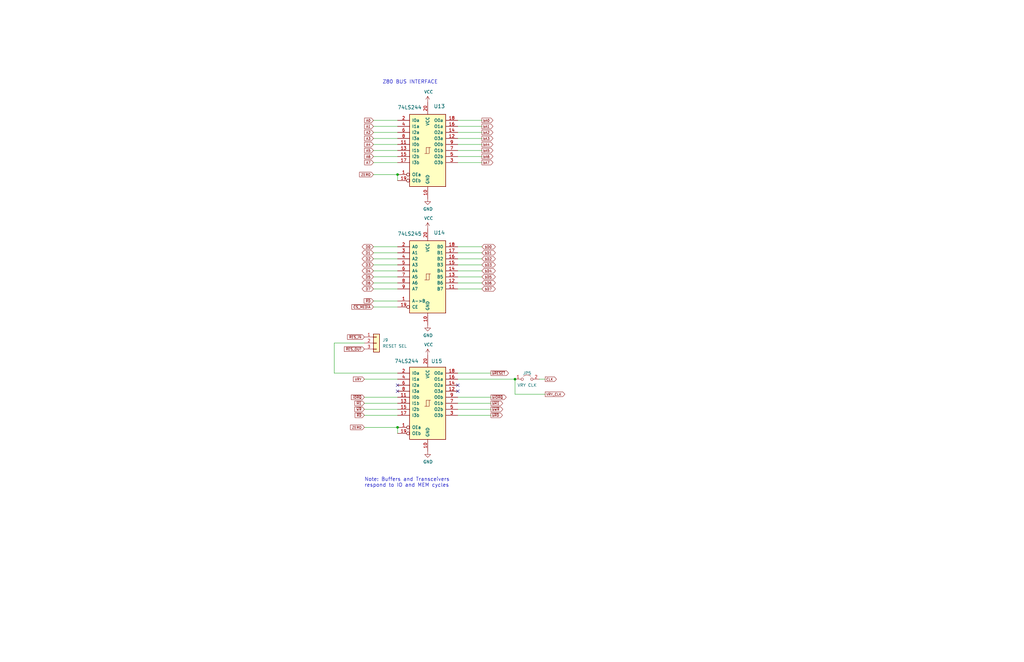
<source format=kicad_sch>
(kicad_sch (version 20211123) (generator eeschema)
  (paper "B")
  (lib_symbols
    (symbol "74xx:74LS244" (pin_names (offset 1.016))
      (property "Reference" "U" (at -7.62 16.51 0))
      (property "Value" "74LS244" (at -7.62 -16.51 0))
      (symbol "74LS244_1_0"
        (polyline (pts (xy -0.635 -1.27) (xy -0.635 1.27) (xy 0.635 1.27)))
        (polyline (pts (xy -1.27 -1.27) (xy 0.635 -1.27) (xy 0.635 1.27) (xy 1.27 1.27)))
        (pin input inverted (at -12.7 -10.16 0) (length 5.08) (name "OEa") (number "1"))
        (pin power_in line (at 0 -20.32 90) (length 5.08) (name "GND") (number "10"))
        (pin input line (at -12.7 2.54 0) (length 5.08) (name "I0b") (number "11"))
        (pin tri_state line (at 12.7 5.08 180) (length 5.08) (name "O3a") (number "12"))
        (pin input line (at -12.7 0 0) (length 5.08) (name "I1b") (number "13"))
        (pin tri_state line (at 12.7 7.62 180) (length 5.08) (name "O2a") (number "14"))
        (pin input line (at -12.7 -2.54 0) (length 5.08) (name "I2b") (number "15"))
        (pin tri_state line (at 12.7 10.16 180) (length 5.08) (name "O1a") (number "16"))
        (pin input line (at -12.7 -5.08 0) (length 5.08) (name "I3b") (number "17"))
        (pin tri_state line (at 12.7 12.7 180) (length 5.08) (name "O0a") (number "18"))
        (pin input inverted (at -12.7 -12.7 0) (length 5.08) (name "OEb") (number "19"))
        (pin input line (at -12.7 12.7 0) (length 5.08) (name "I0a") (number "2"))
        (pin power_in line (at 0 20.32 270) (length 5.08) (name "VCC") (number "20"))
        (pin tri_state line (at 12.7 -5.08 180) (length 5.08) (name "O3b") (number "3"))
        (pin input line (at -12.7 10.16 0) (length 5.08) (name "I1a") (number "4"))
        (pin tri_state line (at 12.7 -2.54 180) (length 5.08) (name "O2b") (number "5"))
        (pin input line (at -12.7 7.62 0) (length 5.08) (name "I2a") (number "6"))
        (pin tri_state line (at 12.7 0 180) (length 5.08) (name "O1b") (number "7"))
        (pin input line (at -12.7 5.08 0) (length 5.08) (name "I3a") (number "8"))
        (pin tri_state line (at 12.7 2.54 180) (length 5.08) (name "O0b") (number "9"))
      )
      (symbol "74LS244_1_1"
        (rectangle (start -7.62 15.24) (end 7.62 -15.24) (stroke (width 0.254)) (fill (type background)))
      )
    )
    (symbol "74xx:74LS245" (pin_names (offset 1.016))
      (property "Reference" "U" (at -7.62 16.51 0))
      (property "Value" "74LS245" (at -7.62 -16.51 0))
      (symbol "74LS245_1_0"
        (polyline (pts (xy -0.635 -1.27) (xy -0.635 1.27) (xy 0.635 1.27)))
        (polyline (pts (xy -1.27 -1.27) (xy 0.635 -1.27) (xy 0.635 1.27) (xy 1.27 1.27)))
        (pin input line (at -12.7 -10.16 0) (length 5.08) (name "A->B") (number "1"))
        (pin power_in line (at 0 -20.32 90) (length 5.08) (name "GND") (number "10"))
        (pin tri_state line (at 12.7 -5.08 180) (length 5.08) (name "B7") (number "11"))
        (pin tri_state line (at 12.7 -2.54 180) (length 5.08) (name "B6") (number "12"))
        (pin tri_state line (at 12.7 0 180) (length 5.08) (name "B5") (number "13"))
        (pin tri_state line (at 12.7 2.54 180) (length 5.08) (name "B4") (number "14"))
        (pin tri_state line (at 12.7 5.08 180) (length 5.08) (name "B3") (number "15"))
        (pin tri_state line (at 12.7 7.62 180) (length 5.08) (name "B2") (number "16"))
        (pin tri_state line (at 12.7 10.16 180) (length 5.08) (name "B1") (number "17"))
        (pin tri_state line (at 12.7 12.7 180) (length 5.08) (name "B0") (number "18"))
        (pin input inverted (at -12.7 -12.7 0) (length 5.08) (name "CE") (number "19"))
        (pin tri_state line (at -12.7 12.7 0) (length 5.08) (name "A0") (number "2"))
        (pin power_in line (at 0 20.32 270) (length 5.08) (name "VCC") (number "20"))
        (pin tri_state line (at -12.7 10.16 0) (length 5.08) (name "A1") (number "3"))
        (pin tri_state line (at -12.7 7.62 0) (length 5.08) (name "A2") (number "4"))
        (pin tri_state line (at -12.7 5.08 0) (length 5.08) (name "A3") (number "5"))
        (pin tri_state line (at -12.7 2.54 0) (length 5.08) (name "A4") (number "6"))
        (pin tri_state line (at -12.7 0 0) (length 5.08) (name "A5") (number "7"))
        (pin tri_state line (at -12.7 -2.54 0) (length 5.08) (name "A6") (number "8"))
        (pin tri_state line (at -12.7 -5.08 0) (length 5.08) (name "A7") (number "9"))
      )
      (symbol "74LS245_1_1"
        (rectangle (start -7.62 15.24) (end 7.62 -15.24) (stroke (width 0.254)) (fill (type background)))
      )
    )
    (symbol "Connector_Generic:Conn_01x03" (pin_names (offset 1.016) hide)
      (property "Reference" "J" (at 0 5.08 0))
      (property "Value" "Conn_01x03" (at 0 -5.08 0))
      (symbol "Conn_01x03_1_1"
        (rectangle (start -1.27 -2.413) (end 0 -2.667) (stroke (width 0.1524)))
        (rectangle (start -1.27 0.127) (end 0 -0.127) (stroke (width 0.1524)))
        (rectangle (start -1.27 2.667) (end 0 2.413) (stroke (width 0.1524)))
        (rectangle (start -1.27 3.81) (end 1.27 -3.81) (stroke (width 0.254)) (fill (type background)))
        (pin passive line (at -5.08 2.54 0) (length 3.81) (name "Pin_1") (number "1"))
        (pin passive line (at -5.08 0 0) (length 3.81) (name "Pin_2") (number "2"))
        (pin passive line (at -5.08 -2.54 0) (length 3.81) (name "Pin_3") (number "3"))
      )
    )
    (symbol "Jumper:Jumper_2_Open" (pin_names (offset 0) hide)
      (property "Reference" "JP" (at 0 2.794 0))
      (property "Value" "Jumper_2_Open" (at 0 -2.286 0))
      (symbol "Jumper_2_Open_0_0"
        (circle (center -2.032 0) (radius 0.508))
        (circle (center 2.032 0) (radius 0.508))
      )
      (symbol "Jumper_2_Open_0_1"
        (arc (start 1.524 1.27) (mid 0 1.778) (end -1.524 1.27))
      )
      (symbol "Jumper_2_Open_1_1"
        (pin passive line (at -5.08 0 0) (length 2.54) (name "A") (number "1"))
        (pin passive line (at 5.08 0 180) (length 2.54) (name "B") (number "2"))
      )
    )
    (symbol "power:GND" (power) (pin_names (offset 0))
      (property "Value" "GND" (at 0 -3.81 0))
      (symbol "GND_0_1"
        (polyline (pts (xy 0 0) (xy 0 -1.27) (xy 1.27 -1.27) (xy 0 -2.54) (xy -1.27 -1.27) (xy 0 -1.27)))
      )
      (symbol "GND_1_1"
        (pin power_in line (at 0 0 270) (length 0) hide (name "GND") (number "1"))
      )
    )
    (symbol "power:VCC" (power) (pin_names (offset 0))
      (property "Value" "VCC" (at 0 3.81 0))
      (symbol "VCC_0_1"
        (polyline (pts (xy -0.762 1.27) (xy 0 2.54)))
        (polyline (pts (xy 0 0) (xy 0 2.54)))
        (polyline (pts (xy 0 2.54) (xy 0.762 1.27)))
      )
      (symbol "VCC_1_1"
        (pin power_in line (at 0 0 90) (length 0) hide (name "VCC") (number "1"))
      )
    )
  )
  (junction (at 167.64 180.34))
  (junction (at 217.17 160.02))
  (junction (at 167.64 73.66))
  (no_connect (at 167.64 162.56))
  (no_connect (at 193.04 165.1))
  (no_connect (at 193.04 162.56))
  (no_connect (at 167.64 165.1))
  (wire (pts (xy 193.04 60.96) (xy 203.2 60.96)))
  (wire (pts (xy 193.04 167.64) (xy 207.01 167.64)))
  (wire (pts (xy 153.67 160.02) (xy 167.64 160.02)))
  (wire (pts (xy 193.04 104.14) (xy 203.2 104.14)))
  (wire (pts (xy 157.48 119.38) (xy 167.64 119.38)))
  (wire (pts (xy 193.04 66.04) (xy 203.2 66.04)))
  (wire (pts (xy 167.64 180.34) (xy 167.64 182.88)))
  (wire (pts (xy 153.67 170.18) (xy 167.64 170.18)))
  (wire (pts (xy 227.33 160.02) (xy 229.87 160.02)))
  (wire (pts (xy 157.48 127) (xy 167.64 127)))
  (wire (pts (xy 157.48 63.5) (xy 167.64 63.5)))
  (wire (pts (xy 157.48 106.68) (xy 167.64 106.68)))
  (wire (pts (xy 157.48 53.34) (xy 167.64 53.34)))
  (wire (pts (xy 193.04 160.02) (xy 217.17 160.02)))
  (wire (pts (xy 193.04 68.58) (xy 203.2 68.58)))
  (wire (pts (xy 157.48 116.84) (xy 167.64 116.84)))
  (wire (pts (xy 193.04 157.48) (xy 207.01 157.48)))
  (wire (pts (xy 157.48 66.04) (xy 167.64 66.04)))
  (wire (pts (xy 157.48 68.58) (xy 167.64 68.58)))
  (wire (pts (xy 157.48 104.14) (xy 167.64 104.14)))
  (wire (pts (xy 157.48 109.22) (xy 167.64 109.22)))
  (wire (pts (xy 193.04 111.76) (xy 203.2 111.76)))
  (wire (pts (xy 157.48 114.3) (xy 167.64 114.3)))
  (wire (pts (xy 193.04 50.8) (xy 203.2 50.8)))
  (wire (pts (xy 217.17 160.02) (xy 217.17 166.37)))
  (wire (pts (xy 153.67 167.64) (xy 167.64 167.64)))
  (wire (pts (xy 157.48 55.88) (xy 167.64 55.88)))
  (wire (pts (xy 193.04 106.68) (xy 203.2 106.68)))
  (wire (pts (xy 193.04 175.26) (xy 207.01 175.26)))
  (wire (pts (xy 157.48 121.92) (xy 167.64 121.92)))
  (wire (pts (xy 157.48 50.8) (xy 167.64 50.8)))
  (wire (pts (xy 157.48 58.42) (xy 167.64 58.42)))
  (wire (pts (xy 140.97 157.48) (xy 167.64 157.48)))
  (wire (pts (xy 193.04 121.92) (xy 203.2 121.92)))
  (wire (pts (xy 193.04 116.84) (xy 203.2 116.84)))
  (wire (pts (xy 153.67 172.72) (xy 167.64 172.72)))
  (wire (pts (xy 153.67 180.34) (xy 167.64 180.34)))
  (wire (pts (xy 157.48 129.54) (xy 167.64 129.54)))
  (wire (pts (xy 140.97 144.78) (xy 140.97 157.48)))
  (wire (pts (xy 193.04 55.88) (xy 203.2 55.88)))
  (wire (pts (xy 217.17 166.37) (xy 229.87 166.37)))
  (wire (pts (xy 193.04 172.72) (xy 207.01 172.72)))
  (wire (pts (xy 157.48 60.96) (xy 167.64 60.96)))
  (wire (pts (xy 193.04 53.34) (xy 203.2 53.34)))
  (wire (pts (xy 193.04 109.22) (xy 203.2 109.22)))
  (wire (pts (xy 157.48 111.76) (xy 167.64 111.76)))
  (wire (pts (xy 193.04 114.3) (xy 203.2 114.3)))
  (wire (pts (xy 140.97 144.78) (xy 153.67 144.78)))
  (wire (pts (xy 167.64 76.2) (xy 167.64 73.66)))
  (wire (pts (xy 157.48 73.66) (xy 167.64 73.66)))
  (wire (pts (xy 153.67 175.26) (xy 167.64 175.26)))
  (wire (pts (xy 193.04 63.5) (xy 203.2 63.5)))
  (wire (pts (xy 193.04 119.38) (xy 203.2 119.38)))
  (wire (pts (xy 193.04 58.42) (xy 203.2 58.42)))
  (wire (pts (xy 193.04 170.18) (xy 207.01 170.18)))
  (text "Z80 BUS INTERFACE" (at 161.29 35.56 0) (effects (font (size 1.524 1.524)) (justify left bottom)))
  (text "Note: Buffers and Transceivers\nrespond to IO and MEM cycles" (at 153.67 205.74 0) (effects (font (size 1.524 1.524)) (justify left bottom)))
  (global_label "bD5" (shape bidirectional) (at 203.2 116.84 0) (effects (font (size 1.016 1.016))) (property "Intersheet References" "${INTERSHEET_REFS}" (effects hide)))
  (global_label "~{RES_OUT}" (shape input) (at 153.67 147.32 180) (effects (font (size 1.016 1.016))) (property "Intersheet References" "${INTERSHEET_REFS}" (effects hide)))
  (global_label "bA4" (shape output) (at 203.2 60.96 0) (effects (font (size 1.016 1.016))) (property "Intersheet References" "${INTERSHEET_REFS}" (effects hide)))
  (global_label "D4" (shape bidirectional) (at 157.48 114.3 180) (effects (font (size 1.016 1.016))) (property "Intersheet References" "${INTERSHEET_REFS}" (effects hide)))
  (global_label "~{RES_IN}" (shape input) (at 153.67 142.24 180) (effects (font (size 1.016 1.016))) (property "Intersheet References" "${INTERSHEET_REFS}" (effects hide)))
  (global_label "~{bWR}" (shape output) (at 207.01 172.72 0) (effects (font (size 1.016 1.016))) (property "Intersheet References" "${INTERSHEET_REFS}" (effects hide)))
  (global_label "~{bRESET}" (shape output) (at 207.01 157.48 0) (effects (font (size 1.016 1.016))) (property "Intersheet References" "${INTERSHEET_REFS}" (effects hide)))
  (global_label "~{bIORQ}" (shape output) (at 207.01 167.64 0) (effects (font (size 1.016 1.016))) (property "Intersheet References" "${INTERSHEET_REFS}" (effects hide)))
  (global_label "~{WR}" (shape input) (at 153.67 172.72 180) (effects (font (size 1.016 1.016))) (property "Intersheet References" "${INTERSHEET_REFS}" (effects hide)))
  (global_label "bA3" (shape output) (at 203.2 58.42 0) (effects (font (size 1.016 1.016))) (property "Intersheet References" "${INTERSHEET_REFS}" (effects hide)))
  (global_label "D3" (shape bidirectional) (at 157.48 111.76 180) (effects (font (size 1.016 1.016))) (property "Intersheet References" "${INTERSHEET_REFS}" (effects hide)))
  (global_label "ZERO" (shape input) (at 153.67 180.34 180) (effects (font (size 1.016 1.016))) (property "Intersheet References" "${INTERSHEET_REFS}" (effects hide)))
  (global_label "bD2" (shape bidirectional) (at 203.2 109.22 0) (effects (font (size 1.016 1.016))) (property "Intersheet References" "${INTERSHEET_REFS}" (effects hide)))
  (global_label "~{CS_MEDIA}" (shape input) (at 157.48 129.54 180) (effects (font (size 1.016 1.016))) (property "Intersheet References" "${INTERSHEET_REFS}" (effects hide)))
  (global_label "A7" (shape input) (at 157.48 68.58 180) (effects (font (size 1.016 1.016))) (property "Intersheet References" "${INTERSHEET_REFS}" (effects hide)))
  (global_label "A1" (shape input) (at 157.48 53.34 180) (effects (font (size 1.016 1.016))) (property "Intersheet References" "${INTERSHEET_REFS}" (effects hide)))
  (global_label "bD7" (shape bidirectional) (at 203.2 121.92 0) (effects (font (size 1.016 1.016))) (property "Intersheet References" "${INTERSHEET_REFS}" (effects hide)))
  (global_label "D6" (shape bidirectional) (at 157.48 119.38 180) (effects (font (size 1.016 1.016))) (property "Intersheet References" "${INTERSHEET_REFS}" (effects hide)))
  (global_label "~{bRD}" (shape output) (at 207.01 175.26 0) (effects (font (size 1.016 1.016))) (property "Intersheet References" "${INTERSHEET_REFS}" (effects hide)))
  (global_label "ZERO" (shape input) (at 157.48 73.66 180) (effects (font (size 1.016 1.016))) (property "Intersheet References" "${INTERSHEET_REFS}" (effects hide)))
  (global_label "~{IORQ}" (shape input) (at 153.67 167.64 180) (effects (font (size 1.016 1.016))) (property "Intersheet References" "${INTERSHEET_REFS}" (effects hide)))
  (global_label "bA0" (shape output) (at 203.2 50.8 0) (effects (font (size 1.016 1.016))) (property "Intersheet References" "${INTERSHEET_REFS}" (effects hide)))
  (global_label "~{M1}" (shape input) (at 153.67 170.18 180) (effects (font (size 1.016 1.016))) (property "Intersheet References" "${INTERSHEET_REFS}" (effects hide)))
  (global_label "D1" (shape bidirectional) (at 157.48 106.68 180) (effects (font (size 1.016 1.016))) (property "Intersheet References" "${INTERSHEET_REFS}" (effects hide)))
  (global_label "bA6" (shape output) (at 203.2 66.04 0) (effects (font (size 1.016 1.016))) (property "Intersheet References" "${INTERSHEET_REFS}" (effects hide)))
  (global_label "D5" (shape bidirectional) (at 157.48 116.84 180) (effects (font (size 1.016 1.016))) (property "Intersheet References" "${INTERSHEET_REFS}" (effects hide)))
  (global_label "bD3" (shape bidirectional) (at 203.2 111.76 0) (effects (font (size 1.016 1.016))) (property "Intersheet References" "${INTERSHEET_REFS}" (effects hide)))
  (global_label "A2" (shape input) (at 157.48 55.88 180) (effects (font (size 1.016 1.016))) (property "Intersheet References" "${INTERSHEET_REFS}" (effects hide)))
  (global_label "A4" (shape input) (at 157.48 60.96 180) (effects (font (size 1.016 1.016))) (property "Intersheet References" "${INTERSHEET_REFS}" (effects hide)))
  (global_label "VRY_CLK" (shape output) (at 229.87 166.37 0) (effects (font (size 1.016 1.016))) (property "Intersheet References" "${INTERSHEET_REFS}" (effects hide)))
  (global_label "D2" (shape bidirectional) (at 157.48 109.22 180) (effects (font (size 1.016 1.016))) (property "Intersheet References" "${INTERSHEET_REFS}" (effects hide)))
  (global_label "bA2" (shape output) (at 203.2 55.88 0) (effects (font (size 1.016 1.016))) (property "Intersheet References" "${INTERSHEET_REFS}" (effects hide)))
  (global_label "bA1" (shape output) (at 203.2 53.34 0) (effects (font (size 1.016 1.016))) (property "Intersheet References" "${INTERSHEET_REFS}" (effects hide)))
  (global_label "bA7" (shape output) (at 203.2 68.58 0) (effects (font (size 1.016 1.016))) (property "Intersheet References" "${INTERSHEET_REFS}" (effects hide)))
  (global_label "bD4" (shape bidirectional) (at 203.2 114.3 0) (effects (font (size 1.016 1.016))) (property "Intersheet References" "${INTERSHEET_REFS}" (effects hide)))
  (global_label "D7" (shape bidirectional) (at 157.48 121.92 180) (effects (font (size 1.016 1.016))) (property "Intersheet References" "${INTERSHEET_REFS}" (effects hide)))
  (global_label "~{RD}" (shape input) (at 157.48 127 180) (effects (font (size 1.016 1.016))) (property "Intersheet References" "${INTERSHEET_REFS}" (effects hide)))
  (global_label "VRY" (shape input) (at 153.67 160.02 180) (effects (font (size 1.016 1.016))) (property "Intersheet References" "${INTERSHEET_REFS}" (effects hide)))
  (global_label "~{RD}" (shape input) (at 153.67 175.26 180) (effects (font (size 1.016 1.016))) (property "Intersheet References" "${INTERSHEET_REFS}" (effects hide)))
  (global_label "A3" (shape input) (at 157.48 58.42 180) (effects (font (size 1.016 1.016))) (property "Intersheet References" "${INTERSHEET_REFS}" (effects hide)))
  (global_label "bD1" (shape bidirectional) (at 203.2 106.68 0) (effects (font (size 1.016 1.016))) (property "Intersheet References" "${INTERSHEET_REFS}" (effects hide)))
  (global_label "A6" (shape input) (at 157.48 66.04 180) (effects (font (size 1.016 1.016))) (property "Intersheet References" "${INTERSHEET_REFS}" (effects hide)))
  (global_label "~{bM1}" (shape output) (at 207.01 170.18 0) (effects (font (size 1.016 1.016))) (property "Intersheet References" "${INTERSHEET_REFS}" (effects hide)))
  (global_label "CLK" (shape output) (at 229.87 160.02 0) (effects (font (size 1.016 1.016))) (property "Intersheet References" "${INTERSHEET_REFS}" (effects hide)))
  (global_label "bD6" (shape bidirectional) (at 203.2 119.38 0) (effects (font (size 1.016 1.016))) (property "Intersheet References" "${INTERSHEET_REFS}" (effects hide)))
  (global_label "bA5" (shape output) (at 203.2 63.5 0) (effects (font (size 1.016 1.016))) (property "Intersheet References" "${INTERSHEET_REFS}" (effects hide)))
  (global_label "A5" (shape input) (at 157.48 63.5 180) (effects (font (size 1.016 1.016))) (property "Intersheet References" "${INTERSHEET_REFS}" (effects hide)))
  (global_label "D0" (shape bidirectional) (at 157.48 104.14 180) (effects (font (size 1.016 1.016))) (property "Intersheet References" "${INTERSHEET_REFS}" (effects hide)))
  (global_label "A0" (shape input) (at 157.48 50.8 180) (effects (font (size 1.016 1.016))) (property "Intersheet References" "${INTERSHEET_REFS}" (effects hide)))
  (global_label "bD0" (shape bidirectional) (at 203.2 104.14 0) (effects (font (size 1.016 1.016))) (property "Intersheet References" "${INTERSHEET_REFS}" (effects hide)))
  (symbol (lib_id "74xx:74LS245") (at 180.34 116.84 0) (unit 1)
    (property "Reference" "U14" (at 182.88 99.06 0) (effects (font (size 1.524 1.524)) (justify left bottom)))
    (property "Value" "74LS245" (at 167.64 97.79 0) (effects (font (size 1.524 1.524)) (justify left top)))
    (property "Footprint" "Package_DIP:DIP-20_W7.62mm" (effects hide))
    (property "Datasheet" "http://www.ti.com/lit/gpn/sn74LS245" (effects hide))
  )
  (symbol (lib_id "power:VCC") (at 180.34 43.18 0) (unit 1)
    (property "Reference" "#PWR037" (effects hide))
    (property "Value" "VCC" (at 180.721 38.7858 0))
  )
  (symbol (lib_id "power:GND") (at 180.34 83.82 0) (unit 1)
    (property "Reference" "#PWR038" (effects hide))
    (property "Value" "GND" (at 180.467 88.2142 0))
  )
  (symbol (lib_id "power:VCC") (at 180.34 96.52 0) (unit 1)
    (property "Reference" "#PWR039" (effects hide))
    (property "Value" "VCC" (at 180.721 92.1258 0))
  )
  (symbol (lib_id "power:VCC") (at 180.34 149.86 0) (unit 1)
    (property "Reference" "#PWR041" (effects hide))
    (property "Value" "VCC" (at 180.721 145.4658 0))
  )
  (symbol (lib_id "power:GND") (at 180.34 137.16 0) (unit 1)
    (property "Reference" "#PWR040" (effects hide))
    (property "Value" "GND" (at 180.467 141.5542 0))
  )
  (symbol (lib_id "power:GND") (at 180.34 190.5 0) (unit 1)
    (property "Reference" "#PWR042" (effects hide))
    (property "Value" "GND" (at 180.467 194.8942 0))
  )
  (symbol (lib_id "74xx:74LS244") (at 180.34 170.18 0) (unit 1)
    (property "Reference" "U15" (at 184.15 152.4 0) (effects (font (size 1.524 1.524))))
    (property "Value" "74LS244" (at 171.45 152.4 0) (effects (font (size 1.524 1.524))))
    (property "Footprint" "Package_DIP:DIP-20_W7.62mm" (effects hide))
    (property "Datasheet" "http://www.ti.com/lit/ds/symlink/sn74ls244.pdf" (effects hide))
  )
  (symbol (lib_id "74xx:74LS244") (at 180.34 63.5 0) (unit 1)
    (property "Reference" "U13" (at 182.88 45.72 0) (effects (font (size 1.524 1.524)) (justify left bottom)))
    (property "Value" "74LS244" (at 167.64 44.45 0) (effects (font (size 1.524 1.524)) (justify left top)))
    (property "Footprint" "Package_DIP:DIP-20_W7.62mm" (effects hide))
    (property "Datasheet" "http://www.ti.com/lit/ds/symlink/sn74ls244.pdf" (effects hide))
  )
  (symbol (lib_id "Connector_Generic:Conn_01x03") (at 158.75 144.78 0) (unit 1)
    (property "Reference" "J9" (at 161.29 143.5099 0) (effects (justify left)))
    (property "Value" "RESET SEL" (at 161.29 146.0499 0) (effects (justify left)))
    (property "Footprint" "Connector_PinHeader_2.54mm:PinHeader_1x03_P2.54mm_Vertical" (effects hide))
  )
  (symbol (lib_id "Jumper:Jumper_2_Open") (at 222.25 160.02 0) (unit 1)
    (property "Reference" "JP5" (at 222.25 157.48 0))
    (property "Value" "VRY CLK" (at 222.25 162.56 0))
    (property "Footprint" "Connector_PinHeader_2.54mm:PinHeader_1x02_P2.54mm_Vertical" (effects hide))
  )
)
</source>
